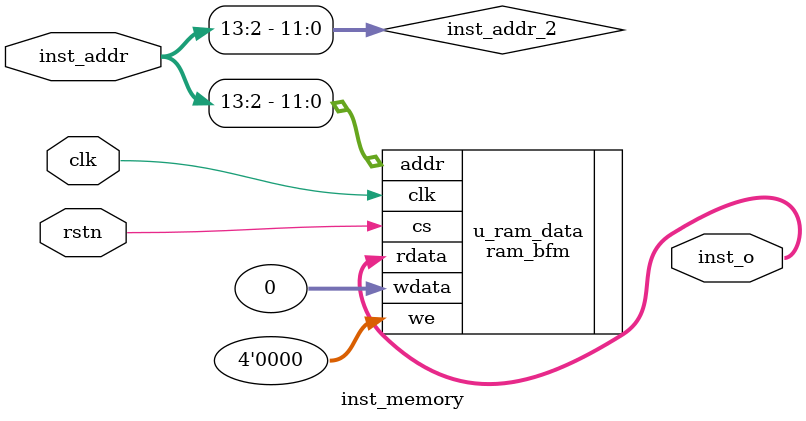
<source format=v>
`include "define.v"
module inst_memory #(
    parameter IROM_SPACE = 4096 
)(
    input  wire       clk,
    input  wire       rstn,
    input  wire[31:0] inst_addr,
    output wire[31:0] inst_o
);

localparam ADDR_WIDTH = $clog2(IROM_SPACE);
wire [ADDR_WIDTH -1 : 0] inst_addr_2;

assign inst_addr_2 = inst_addr[ADDR_WIDTH +2-1 : 2];

`ifdef FPGA_MODE
//Use the COE editer in BRAM Wizards of Vivado to initialize BRAM
//initial $readmemh ("E:/proj/AdamRiscv/rom/main_s_fpga.txt",inst_memory.u_ram_data.mem,0,4095);
INST_ROM u_ram_data (
  .clka         (clk        ),    // input wire clka
  .ena          (rstn       ),      // input wire ena
  .wea          (4'b0       ),      // input wire [3 : 0] wea
  .addra        (inst_addr_2),  // input wire [11 : 0] addra
  .dina         (32'b0      ),    // input wire [31 : 0] dina
  .douta        (inst_o     )  // output wire [31 : 0] douta
);

`elsif MC_MACRO
SRAM_4096_32 u_ram_data(
    .QA       ( inst_o          ),     //port-A data output
    .CLKA     ( clk             ),     //port-A clock
    .CENA     ( rstn             ),     //port-A chip enable
    .WENA     ( 4'b0            ),     //port-A write enable
    .AA       ( inst_addr_2     ),     //port-A address
    .DA       ( 32'b0           ),     //port-A data input

    .QB       (                 ),     //port-B data output
    .CLKB     ( 1'b0            ),     //port-B clock
    .CENB     ( 1'b0            ),     //port-B chip enable
    .WENB     ( 4'd0            ),     //port-B write enable
    .AB       ( 12'd0           ),     //port-B address
    .DB       (                 ),     //port-B data input
    
    .EMAA     (     ),     
    .EMAB     (     )
);



`else //REG_ARRAY

ram_bfm #(
        .DATA_WIDTH     ( 32            ),
        .DATA_SIZE      ( 8             ),
        .ADDR_WIDTH     ( ADDR_WIDTH    ),
        .RAM_DEPTH      ( IROM_SPACE    )
    )
    u_ram_data(
    //system signals
    .clk                        ( clk               ),
    //RAM Control signals
    .cs                         ( rstn              ), //Once the reset is canceled, the memory starts outputting instructions
    .we                         ( 4'b0              ),
    .addr                       ( inst_addr_2       ),
    .wdata                      ( 32'b0             ),
    .rdata                      ( inst_o            )
);

`endif

endmodule
</source>
